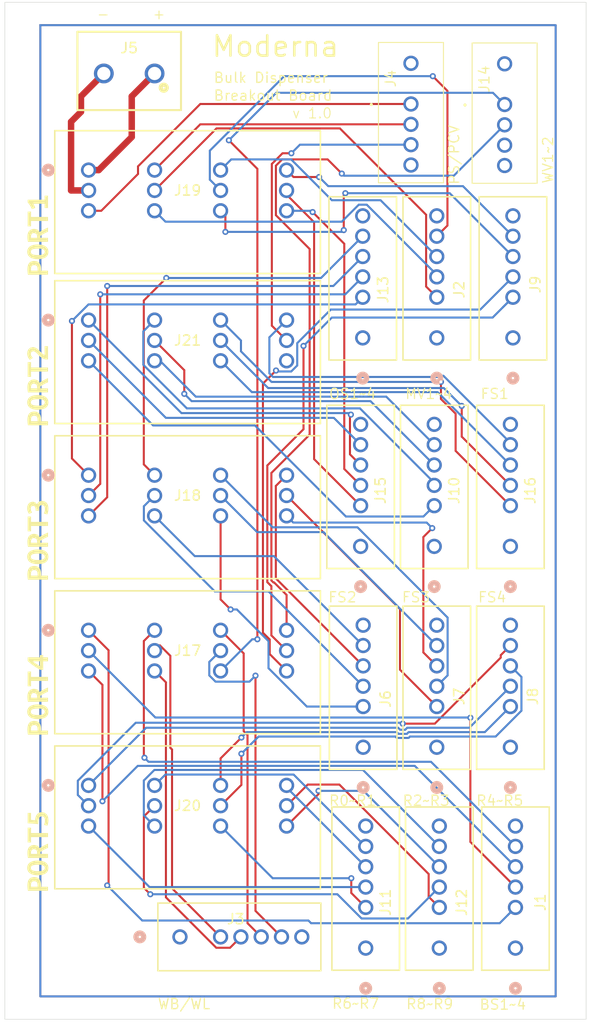
<source format=kicad_pcb>
(kicad_pcb (version 20241229) (generator "pcbnew") (generator_version "9.0")
  (layers (0 "F.Cu" signal) (2 "B.Cu" signal) (13 "F.Paste" user) (15 "B.Paste" user) (5 "F.SilkS" user "F.Silkscreen") (7 "B.SilkS" user "B.Silkscreen") (1 "F.Mask" user) (3 "B.Mask" user) (25 "Edge.Cuts" user))
  (net 0 "")
  (net 1 "/AI0")
  (net 2 "GND")
  (net 3 "+24V")
  (net 4 "/AI1")
  (net 5 "/DI0")
  (net 6 "/DI1")
  (net 7 "/AI12")
  (net 8 "/DO0")
  (net 9 "/DO1")
  (net 10 "/DO2")
  (net 11 "/DO3")
  (net 12 "/AI2")
  (net 13 "/AI3")
  (net 14 "/DI2")
  (net 15 "/DI3")
  (net 16 "/FS1-2")
  (net 17 "/FS1-3")
  (net 18 "/FS1-4")
  (net 19 "/FS1-1")
  (net 20 "/FS3-3")
  (net 21 "/FS3-4")
  (net 22 "/FS3-2")
  (net 23 "/FS3-1")
  (net 24 "/AI13")
  (net 25 "/AO0")
  (net 26 "/FS2-4")
  (net 27 "/FS2-1")
  (net 28 "/FS2-2")
  (net 29 "/FS2-3")
  (net 30 "/FS4-3")
  (net 31 "/FS4-1")
  (net 32 "/FS4-2")
  (net 33 "/FS4-4")
  (net 34 "/AI6")
  (net 35 "/AI7")
  (net 36 "/AI4")
  (net 37 "/AI9")
  (net 38 "/AI5")
  (net 39 "/AI8")
  (net 40 "/R6_OUT")
  (net 41 "/R7_OUT")
  (net 42 "/R9_OUT")
  (net 43 "/R8_OUT")
  (net 44 "/R2_OUT")
  (net 45 "/R3_OUT")
  (net 46 "/R0_OUT")
  (net 47 "/R1_OUT")
  (net 48 "/R4_OUT")
  (net 49 "/R5_OUT")
  (net 50 "/R0_IN")
  (net 51 "/R1_IN")
  (net 52 "/R2_IN")
  (net 53 "/R3_IN")
  (net 54 "/R4_IN")
  (net 55 "/R5_IN")
  (net 56 "/R6_IN")
  (net 57 "/R7_IN")
  (net 58 "/R8_IN")
  (net 59 "/R9_IN")
  (footprint "kibuzzard-684C2929" (layer "F.Cu") (at 125 78.2 90)
    (property "Reference" "kibuzzard-684C2929" (hide yes))
    (property "Value" "G***" (hide yes))
  )
  (footprint "PartsLibrary:CONN_37212-62M3-003PL_3MM" (layer "F.Cu") (at 130 57)
    (property "Reference" "J19")
    (property "Value" "Digital Outputs")
  )
  (footprint "PartsLibrary:691137710002" (layer "F.Cu") (at 134 47.5 180)
    (property "Reference" "J5")
    (property "Value" "Screw_Terminal_01x02" (hide yes))
  )
  (footprint "PartsLibrary:CONN_37212-62M3-003PL_3MM" (layer "F.Cu") (at 130 71.75)
    (property "Reference" "J21")
    (property "Value" "Flow Sensors")
  )
  (footprint "PartsLibrary:CONN_37212-62M3-003PL_3MM" (layer "F.Cu") (at 130 102.25)
    (property "Reference" "J17")
    (property "Value" "Analog Inputs")
  )
  (footprint "PartsLibrary:CONN_37212-62M3-003PL_3MM" (layer "F.Cu") (at 130 87)
    (property "Reference" "J18")
    (property "Value" "Digital IN + R0~R4")
  )
  (footprint "PartsLibrary:CONN_37204-62A3-004PL_3MM" (layer "F.Cu") (at 157 69.5 90)
    (property "Reference" "J13")
    (property "Value" "OS1~4")
  )
  (footprint "PartsLibrary:CONN_37204-62A3-004PL_3MM" (layer "F.Cu") (at 171.5429 109.75 90)
    (property "Reference" "J8")
    (property "Value" "R4~R5")
  )
  (footprint "kibuzzard-684C2942" (layer "F.Cu") (at 125 108.6 90)
    (property "Reference" "kibuzzard-684C2942" (hide yes))
    (property "Value" "G***" (hide yes))
  )
  (footprint "kibuzzard-684C2947" (layer "F.Cu") (at 125 124 90)
    (property "Reference" "kibuzzard-684C2947" (hide yes))
    (property "Value" "G***" (hide yes))
  )
  (footprint "PartsLibrary:CONN_37204-62A3-004PL_3MM" (layer "F.Cu") (at 172.0429 129.5 90)
    (property "Reference" "J1")
    (property "Value" "BS1~4")
  )
  (footprint "PartsLibrary:CONN_37204-62A3-004PL_3MM" (layer "F.Cu") (at 164.5429 129.5 90)
    (property "Reference" "J12")
    (property "Value" "R8~R9")
  )
  (footprint "PartsLibrary:CONN_37204-62A3-004PL_3MM" (layer "F.Cu") (at 156.7929 90 90)
    (property "Reference" "J15")
    (property "Value" "FS2")
  )
  (footprint "PartsLibrary:3720362A3003PL" (layer "F.Cu") (at 170.975 50.55 -90)
    (property "Reference" "J14")
    (property "Value" "WV1~2")
  )
  (footprint "PartsLibrary:3720362A3003PL" (layer "F.Cu") (at 161.75 50.5 -90)
    (property "Reference" "J4")
    (property "Value" "PS/PCV")
  )
  (footprint "kibuzzard-684C293C" (layer "F.Cu") (at 125 93.4 90)
    (property "Reference" "kibuzzard-684C293C" (hide yes))
    (property "Value" "G***" (hide yes))
  )
  (footprint "kibuzzard-684C282C" (layer "F.Cu") (at 125 63.4 90)
    (property "Reference" "kibuzzard-684C282C" (hide yes))
    (property "Value" "G***" (hide yes))
  )
  (footprint "PartsLibrary:CONN_37204-62A3-004PL_3MM" (layer "F.Cu") (at 171.5429 90 90)
    (property "Reference" "J16")
    (property "Value" "FS4")
  )
  (footprint "PartsLibrary:CONN_37204-62A3-004PL_3MM" (layer "F.Cu") (at 164.2929 69.5 90)
    (property "Reference" "J2")
    (property "Value" "MV1~4")
  )
  (footprint "PartsLibrary:CONN_37204-62A3-004PL_3MM" (layer "F.Cu") (at 157.0429 109.75 90)
    (property "Reference" "J6")
    (property "Value" "R0~R1")
  )
  (footprint "PartsLibrary:CONN_37204-62A3-004PL_3MM" (layer "F.Cu") (at 143 132.4)
    (property "Reference" "J3")
    (property "Value" "WB/WL")
  )
  (footprint "PartsLibrary:CONN_37204-62A3-004PL_3MM" (layer "F.Cu") (at 157.2929 129.5 90)
    (property "Reference" "J11")
    (property "Value" "R6~R7")
  )
  (footprint "PartsLibrary:CONN_37204-62A3-004PL_3MM" (layer "F.Cu") (at 164.2929 109.75 90)
    (property "Reference" "J7")
    (property "Value" "R2~R3")
  )
  (footprint "PartsLibrary:CONN_37212-62M3-003PL_3MM" (layer "F.Cu") (at 130 117.5)
    (property "Reference" "J20")
    (property "Value" "R4~R9")
  )
  (footprint "PartsLibrary:CONN_37204-62A3-004PL_3MM" (layer "F.Cu") (at 164.0429 90 90)
    (property "Reference" "J10")
    (property "Value" "FS3")
  )
  (footprint "MountingHole:MountingHole_2.2mm_M2" (layer "F.Cu") (at 177.5 138.5)
    (property "Reference" "H4" (hide yes))
    (property "Value" "MountingHole" (hide yes))
  )
  (footprint "MountingHole:MountingHole_2.2mm_M2" (layer "F.Cu") (at 124 42.75)
    (property "Reference" "H1" (hide yes))
    (property "Value" "MountingHole" (hide yes))
  )
  (footprint "PartsLibrary:CONN_37204-62A3-004PL_3MM" (layer "F.Cu") (at 171.7929 69.5 90)
    (property "Reference" "J9")
    (property "Value" "FS1")
  )
  (footprint "MountingHole:MountingHole_2.2mm_M2" (layer "F.Cu") (at 123.75 138.5)
    (property "Reference" "H2" (hide yes))
    (property "Value" "MountingHole" (hide yes))
  )
  (footprint "MountingHole:MountingHole_2.2mm_M2" (layer "F.Cu") (at 177.5 42.75)
    (property "Reference" "H3" (hide yes))
    (property "Value" "MountingHole" (hide yes))
  )
  (gr_rect (start 125.25 42.75) (end 176 138.25) (stroke (width 0.2)) (fill no) (layer "F.Cu"))
  (gr_rect (start 125.25 42.75) (end 176 138.25) (stroke (width 0.2)) (fill no) (layer "B.Cu"))
  (gr_rect (start 121.75 40.5) (end 179 140.5) (stroke (width 0.05)) (fill no) (layer "Edge.Cuts"))
  (gr_text "Bulk Dispenser" (at 142.25 48.5 0) (layer "F.SilkS") (effects (font (size 1 1) (thickness 0.125)) (justify left bottom)))
  (gr_text "v 1.0" (at 150 52 0) (layer "F.SilkS") (effects (font (size 1 1) (thickness 0.1)) (justify left bottom)))
  (gr_text "Breakout Board" (at 142.25 50.25 0) (layer "F.SilkS") (effects (font (size 1 1) (thickness 0.125)) (justify left bottom)))
  (gr_text "-" (at 130.75 42.25 0) (layer "F.SilkS") (effects (font (size 1 1) (thickness 0.1)) (justify left bottom)))
  (gr_text "Moderna" (at 142 46 0) (layer "F.SilkS") (effects (font (size 2 2) (thickness 0.25)) (justify left bottom)))
  (gr_text "+" (at 136.25 42.25 0) (layer "F.SilkS") (effects (font (size 1 1) (thickness 0.1)) (justify left bottom)))
  (segment (start 131.967 127.206) (end 131.967 104.217) (width 0.2) (layer "F.Cu") (net 1))
  (segment (start 131.967 104.217) (end 130 102.25) (width 0.2) (layer "F.Cu") (net 1))
  (segment (start 131.835 127.338) (end 131.967 127.206) (width 0.2) (layer "F.Cu") (net 1))
  (via (at 131.835 127.338) (size 0.6) (drill 0.3) (layers "F.Cu" "B.Cu") (net 1))
  (segment (start 135.286 130.789) (end 151.653 130.789) (width 0.2) (layer "B.Cu") (net 1))
  (segment (start 171.265 130.278) (end 172.043 129.5) (width 0.2) (layer "B.Cu") (net 1))
  (segment (start 151.653 130.789) (end 151.919 131.056) (width 0.2) (layer "B.Cu") (net 1))
  (segment (start 131.835 127.338) (end 135.286 130.789) (width 0.2) (layer "B.Cu") (net 1))
  (segment (start 172.0429 129.5001) (end 172.0429 129.5) (width 0.2) (layer "B.Cu") (net 1))
  (segment (start 170.487 131.056) (end 171.265 130.278) (width 0.2) (layer "B.Cu") (net 1))
  (segment (start 171.265 130.278) (end 172.0429 129.5001) (width 0.2) (layer "B.Cu") (net 1))
  (segment (start 151.919 131.056) (end 170.487 131.056) (width 0.2) (layer "B.Cu") (net 1))
  (segment (start 131.5 47.5) (end 129.25 49.75) (width 0.635) (layer "F.Cu") (net 2))
  (segment (start 128.275 52.25) (end 128.275 59) (width 0.635) (layer "F.Cu") (net 2))
  (segment (start 129.25 51.275) (end 128.275 52.25) (width 0.635) (layer "F.Cu") (net 2))
  (segment (start 128.275 59) (end 130 59) (width 0.635) (layer "F.Cu") (net 2))
  (segment (start 129.25 49.75) (end 129.25 51.275) (width 0.635) (layer "F.Cu") (net 2))
  (segment (start 134.25 49.75) (end 134.25 53.75) (width 0.635) (layer "F.Cu") (net 3))
  (segment (start 134.25 53.75) (end 131 57) (width 0.635) (layer "F.Cu") (net 3))
  (segment (start 131 57) (end 130 57) (width 0.635) (layer "F.Cu") (net 3))
  (segment (start 136.5 47.5) (end 134.25 49.75) (width 0.635) (layer "F.Cu") (net 3))
  (segment (start 167.602 110.846) (end 167.602 123.059) (width 0.2) (layer "F.Cu") (net 4))
  (segment (start 167.602 123.059) (end 171.4677 126.9247) (width 0.2) (layer "F.Cu") (net 4))
  (segment (start 171.4677 126.9247) (end 172.043 127.5) (width 0.2) (layer "F.Cu") (net 4))
  (segment (start 171.4677 126.9248) (end 171.4677 126.9247) (width 0.2) (layer "F.Cu") (net 4))
  (segment (start 172.0429 127.5) (end 171.4677 126.9248) (width 0.2) (layer "F.Cu") (net 4))
  (via (at 167.602 110.846) (size 0.6) (drill 0.3) (layers "F.Cu" "B.Cu") (net 4))
  (segment (start 167.585 110.828) (end 136.578 110.828) (width 0.2) (layer "B.Cu") (net 4))
  (segment (start 167.602 110.846) (end 167.585 110.828) (width 0.2) (layer "B.Cu") (net 4))
  (segment (start 136.578 110.828) (end 130 104.25) (width 0.2) (layer "B.Cu") (net 4))
  (segment (start 128.36 85.3604) (end 128.36 71.8386) (width 0.2) (layer "F.Cu") (net 5))
  (segment (start 130 87) (end 128.36 85.3604) (width 0.2) (layer "F.Cu") (net 5))
  (via (at 128.36 71.8386) (size 0.6) (drill 0.3) (layers "F.Cu" "B.Cu") (net 5))
  (segment (start 129.991 70.2078) (end 128.36 71.8386) (width 0.2) (layer "B.Cu") (net 5))
  (segment (start 156.292 70.2078) (end 129.991 70.2078) (width 0.2) (layer "B.Cu") (net 5))
  (segment (start 157 69.5) (end 156.292 70.2078) (width 0.2) (layer "B.Cu") (net 5))
  (segment (start 131.151 87.8492) (end 130 89) (width 0.2) (layer "F.Cu") (net 6))
  (segment (start 131.151 69.2169) (end 131.151 87.8492) (width 0.2) (layer "F.Cu") (net 6))
  (via (at 131.151 69.2169) (size 0.6) (drill 0.3) (layers "F.Cu" "B.Cu") (net 6))
  (segment (start 157 67.5) (end 155.283 69.2169) (width 0.2) (layer "B.Cu") (net 6))
  (segment (start 155.283 69.2169) (end 131.151 69.2169) (width 0.2) (layer "B.Cu") (net 6))
  (segment (start 131.25 61) (end 134.868 57.3815) (width 0.2) (layer "F.Cu") (net 7))
  (segment (start 134.868 56.632) (end 141 50.5) (width 0.2) (layer "F.Cu") (net 7))
  (segment (start 141 50.5) (end 161.75 50.5) (width 0.2) (layer "F.Cu") (net 7))
  (segment (start 130 61) (end 131.25 61) (width 0.2) (layer "F.Cu") (net 7))
  (segment (start 134.868 57.3815) (end 134.868 56.632) (width 0.2) (layer "F.Cu") (net 7))
  (segment (start 163.243 68.4497) (end 164.293 69.5) (width 0.2) (layer "F.Cu") (net 8))
  (segment (start 142.599 52.901) (end 154.75 52.901) (width 0.2) (layer "F.Cu") (net 8))
  (segment (start 154.75 52.901) (end 163.243 61.3936) (width 0.2) (layer "F.Cu") (net 8))
  (segment (start 136.5 59) (end 142.599 52.901) (width 0.2) (layer "F.Cu") (net 8))
  (segment (start 164.2929 69.5) (end 164.293 69.5) (width 0.2) (layer "F.Cu") (net 8))
  (segment (start 163.243 61.3936) (end 163.243 68.4497) (width 0.2) (layer "F.Cu") (net 8))
  (segment (start 137.573 62.0726) (end 136.5 61) (width 0.2) (layer "B.Cu") (net 9))
  (segment (start 164.293 67.2988) (end 157.394 60.4) (width 0.2) (layer "B.Cu") (net 9))
  (segment (start 164.293 67.3994) (end 164.293 67.2988) (width 0.2) (layer "B.Cu") (net 9))
  (segment (start 164.293 67.5) (end 164.293 67.3994) (width 0.2) (layer "B.Cu") (net 9))
  (segment (start 154.939 62.0726) (end 137.573 62.0726) (width 0.2) (layer "B.Cu") (net 9))
  (segment (start 164.293 67.3994) (end 164.2929 67.3995) (width 0.2) (layer "B.Cu") (net 9))
  (segment (start 156.612 60.4) (end 154.939 62.0726) (width 0.2) (layer "B.Cu") (net 9))
  (segment (start 157.394 60.4) (end 156.612 60.4) (width 0.2) (layer "B.Cu") (net 9))
  (segment (start 164.2929 67.3995) (end 164.2929 67.5) (width 0.2) (layer "B.Cu") (net 9))
  (segment (start 143 57) (end 143.25 56.75) (width 0.2) (layer "F.Cu") (net 10))
  (segment (start 153.968 59.9652) (end 158.758 59.9652) (width 0.2) (layer "B.Cu") (net 10))
  (segment (start 143 57) (end 144.051 55.949) (width 0.2) (layer "B.Cu") (net 10))
  (segment (start 144.051 55.949) (end 149.952 55.949) (width 0.2) (layer "B.Cu") (net 10))
  (segment (start 158.758 59.9652) (end 164.2929 65.5) (width 0.2) (layer "B.Cu") (net 10))
  (segment (start 149.952 55.949) (end 153.968 59.9652) (width 0.2) (layer "B.Cu") (net 10))
  (segment (start 164.2929 65.5) (end 164.293 65.5) (width 0.2) (layer "B.Cu") (net 10))
  (segment (start 164.8185 62.9745) (end 164.293 63.5) (width 0.2) (layer "F.Cu") (net 11))
  (segment (start 164.8185 62.9745) (end 164.8184 62.9745) (width 0.2) (layer "F.Cu") (net 11))
  (segment (start 165.344 49.2102) (end 165.344 62.449) (width 0.2) (layer "F.Cu") (net 11))
  (segment (start 164.8184 62.9745) (end 164.2929 63.5) (width 0.2) (layer "F.Cu") (net 11))
  (segment (start 163.9 47.7663) (end 165.344 49.2102) (width 0.2) (layer "F.Cu") (net 11))
  (segment (start 165.344 62.449) (end 164.8185 62.9745) (width 0.2) (layer "F.Cu") (net 11))
  (via (at 163.9 47.7663) (size 0.6) (drill 0.3) (layers "F.Cu" "B.Cu") (net 11))
  (segment (start 143 59) (end 141.94 57.9398) (width 0.2) (layer "B.Cu") (net 11))
  (segment (start 141.94 57.9398) (end 141.94 55.0891) (width 0.2) (layer "B.Cu") (net 11))
  (segment (start 149.263 47.7663) (end 163.9 47.7663) (width 0.2) (layer "B.Cu") (net 11))
  (segment (start 141.94 55.0891) (end 149.263 47.7663) (width 0.2) (layer "B.Cu") (net 11))
  (segment (start 131.365 119.062) (end 131.365 107.615) (width 0.2) (layer "F.Cu") (net 12))
  (segment (start 131.365 107.615) (end 130 106.25) (width 0.2) (layer "F.Cu") (net 12))
  (via (at 131.365 119.062) (size 0.6) (drill 0.3) (layers "F.Cu" "B.Cu") (net 12))
  (segment (start 134.846 115.58) (end 162.123 115.58) (width 0.2) (layer "B.Cu") (net 12))
  (segment (start 162.123 115.58) (end 172.043 125.4999) (width 0.2) (layer "B.Cu") (net 12))
  (segment (start 131.365 119.062) (end 134.846 115.58) (width 0.2) (layer "B.Cu") (net 12))
  (segment (start 172.043 125.4999) (end 172.043 125.5) (width 0.2) (layer "B.Cu") (net 12))
  (segment (start 172.0429 125.5) (end 172.043 125.4999) (width 0.2) (layer "B.Cu") (net 12))
  (segment (start 135.503 114.778) (end 135.441 114.715) (width 0.2) (layer "F.Cu") (net 13))
  (segment (start 135.441 114.715) (end 135.441 103.309) (width 0.2) (layer "F.Cu") (net 13))
  (segment (start 135.441 103.309) (end 136.5 102.25) (width 0.2) (layer "F.Cu") (net 13))
  (via (at 135.503 114.778) (size 0.6) (drill 0.3) (layers "F.Cu" "B.Cu") (net 13))
  (segment (start 135.905 115.179) (end 135.503 114.778) (width 0.2) (layer "B.Cu") (net 13))
  (segment (start 163.722 115.179) (end 135.905 115.179) (width 0.2) (layer "B.Cu") (net 13))
  (segment (start 172.043 123.4999) (end 163.722 115.179) (width 0.2) (layer "B.Cu") (net 13))
  (segment (start 172.0429 123.5) (end 172.043 123.4999) (width 0.2) (layer "B.Cu") (net 13))
  (segment (start 172.043 123.5) (end 172.043 123.4999) (width 0.2) (layer "B.Cu") (net 13))
  (segment (start 131.835 89.165) (end 131.835 68.396) (width 0.2) (layer "F.Cu") (net 14))
  (segment (start 130 91) (end 131.835 89.165) (width 0.2) (layer "F.Cu") (net 14))
  (via (at 131.835 68.396) (size 0.6) (drill 0.3) (layers "F.Cu" "B.Cu") (net 14))
  (segment (start 154.104 68.396) (end 157 65.5) (width 0.2) (layer "B.Cu") (net 14))
  (segment (start 131.835 68.396) (end 154.104 68.396) (width 0.2) (layer "B.Cu") (net 14))
  (segment (start 136.5 87) (end 135.437 85.9371) (width 0.2) (layer "F.Cu") (net 15))
  (segment (start 135.437 69.8271) (end 137.655 67.6092) (width 0.2) (layer "F.Cu") (net 15))
  (segment (start 135.437 85.9371) (end 135.437 69.8271) (width 0.2) (layer "F.Cu") (net 15))
  (via (at 137.655 67.6092) (size 0.6) (drill 0.3) (layers "F.Cu" "B.Cu") (net 15))
  (segment (start 152.891 67.6092) (end 157 63.5) (width 0.2) (layer "B.Cu") (net 15))
  (segment (start 137.655 67.6092) (end 152.891 67.6092) (width 0.2) (layer "B.Cu") (net 15))
  (segment (start 147.169 77.9969) (end 147.169 102.485) (width 0.2) (layer "F.Cu") (net 16))
  (segment (start 147.838 103.154) (end 147.838 104.588) (width 0.2) (layer "F.Cu") (net 16))
  (segment (start 148.46 76.7063) (end 147.169 77.9969) (width 0.2) (layer "F.Cu") (net 16))
  (segment (start 147.838 104.588) (end 149.5 106.25) (width 0.2) (layer "F.Cu") (net 16))
  (segment (start 147.169 102.485) (end 147.838 103.154) (width 0.2) (layer "F.Cu") (net 16))
  (via (at 148.46 76.7063) (size 0.6) (drill 0.3) (layers "F.Cu" "B.Cu") (net 16))
  (segment (start 148.555 76.801) (end 148.46 76.7063) (width 0.2) (layer "B.Cu") (net 16))
  (segment (start 150.551 76.2107) (end 149.961 76.801) (width 0.2) (layer "B.Cu") (net 16))
  (segment (start 153.853 70.7123) (end 150.551 74.014) (width 0.2) (layer "B.Cu") (net 16))
  (segment (start 171.7929 67.5) (end 171.793 67.5) (width 0.2) (layer "B.Cu") (net 16))
  (segment (start 150.551 74.014) (end 150.551 76.2107) (width 0.2) (layer "B.Cu") (net 16))
  (segment (start 168.581 70.7123) (end 153.853 70.7123) (width 0.2) (layer "B.Cu") (net 16))
  (segment (start 171.793 67.5) (end 168.581 70.7123) (width 0.2) (layer "B.Cu") (net 16))
  (segment (start 149.961 76.801) (end 148.555 76.801) (width 0.2) (layer "B.Cu") (net 16))
  (segment (start 143.475 61.475) (end 143.475 63.074) (width 0.2) (layer "F.Cu") (net 17))
  (segment (start 143 61) (end 143.475 61.475) (width 0.2) (layer "F.Cu") (net 17))
  (segment (start 155.13 62.8997) (end 155.13 59.434) (width 0.2) (layer "F.Cu") (net 17))
  (segment (start 155.13 59.434) (end 155.29 59.2737) (width 0.2) (layer "F.Cu") (net 17))
  (via (at 155.29 59.2737) (size 0.6) (drill 0.3) (layers "F.Cu" "B.Cu") (net 17))
  (via (at 143.475 63.074) (size 0.6) (drill 0.3) (layers "F.Cu" "B.Cu") (net 17))
  (via (at 155.13 62.8997) (size 0.6) (drill 0.3) (layers "F.Cu" "B.Cu") (net 17))
  (segment (start 143.475 63.074) (end 154.955 63.074) (width 0.2) (layer "B.Cu") (net 17))
  (segment (start 154.955 63.074) (end 155.13 62.8997) (width 0.2) (layer "B.Cu") (net 17))
  (segment (start 155.29 59.2737) (end 165.567 59.2737) (width 0.2) (layer "B.Cu") (net 17))
  (segment (start 165.567 59.2737) (end 171.793 65.5) (width 0.2) (layer "B.Cu") (net 17))
  (segment (start 171.7929 65.5) (end 171.793 65.5) (width 0.2) (layer "B.Cu") (net 17))
  (segment (start 149.5 57) (end 150.182 57.6817) (width 0.2) (layer "F.Cu") (net 18))
  (segment (start 150.182 57.6817) (end 152.703 57.6817) (width 0.2) (layer "F.Cu") (net 18))
  (via (at 152.703 57.6817) (size 0.6) (drill 0.3) (layers "F.Cu" "B.Cu") (net 18))
  (segment (start 153.604 58.5822) (end 166.875 58.5822) (width 0.2) (layer "B.Cu") (net 18))
  (segment (start 152.703 57.6817) (end 153.604 58.5822) (width 0.2) (layer "B.Cu") (net 18))
  (segment (start 166.875 58.5822) (end 171.7929 63.5) (width 0.2) (layer "B.Cu") (net 18))
  (segment (start 171.7929 63.5) (end 171.793 63.5) (width 0.2) (layer "B.Cu") (net 18))
  (segment (start 149.5 104.248) (end 148.004 102.752) (width 0.2) (layer "F.Cu") (net 19))
  (segment (start 147.604 97.5161) (end 147.604 86.0445) (width 0.2) (layer "F.Cu") (net 19))
  (segment (start 151.167 82.4808) (end 151.167 74.2902) (width 0.2) (layer "F.Cu") (net 19))
  (segment (start 149.5 104.25) (end 149.5 104.248) (width 0.2) (layer "F.Cu") (net 19))
  (segment (start 147.604 86.0445) (end 151.167 82.4808) (width 0.2) (layer "F.Cu") (net 19))
  (segment (start 147.838 97.75) (end 147.604 97.5161) (width 0.2) (layer "F.Cu") (net 19))
  (segment (start 147.838 97.75) (end 148.004 97.9163) (width 0.2) (layer "F.Cu") (net 19))
  (segment (start 148.004 102.752) (end 148.004 97.9163) (width 0.2) (layer "F.Cu") (net 19))
  (segment (start 147.838 97.75) (end 148.004 97.9163) (width 0.2) (layer "F.Cu") (net 19))
  (via (at 151.167 74.2902) (size 0.6) (drill 0.3) (layers "F.Cu" "B.Cu") (net 19))
  (segment (start 171.7929 69.5001) (end 171.7929 69.5) (width 0.2) (layer "B.Cu") (net 19))
  (segment (start 169.793 71.5) (end 170.793 70.5) (width 0.2) (layer "B.Cu") (net 19))
  (segment (start 170.793 70.5) (end 171.793 69.5) (width 0.2) (layer "B.Cu") (net 19))
  (segment (start 170.793 70.5) (end 171.7929 69.5001) (width 0.2) (layer "B.Cu") (net 19))
  (segment (start 151.167 74.2902) (end 153.958 71.5) (width 0.2) (layer "B.Cu") (net 19))
  (segment (start 153.958 71.5) (end 169.793 71.5) (width 0.2) (layer "B.Cu") (net 19))
  (segment (start 136.5 73.75) (end 139.426 76.6765) (width 0.2) (layer "F.Cu") (net 20))
  (segment (start 139.426 76.6765) (end 139.426 78.9993) (width 0.2) (layer "F.Cu") (net 20))
  (via (at 139.426 78.9993) (size 0.6) (drill 0.3) (layers "F.Cu" "B.Cu") (net 20))
  (segment (start 157.763 79.7197) (end 164.043 86) (width 0.2) (layer "B.Cu") (net 20))
  (segment (start 164.0429 86) (end 164.043 86) (width 0.2) (layer "B.Cu") (net 20))
  (segment (start 140.147 79.7197) (end 157.763 79.7197) (width 0.2) (layer "B.Cu") (net 20))
  (segment (start 139.426 78.9993) (end 140.147 79.7197) (width 0.2) (layer "B.Cu") (net 20))
  (segment (start 159.321 79.2782) (end 140.556 79.2782) (width 0.2) (layer "B.Cu") (net 21))
  (segment (start 163.9765 83.9336) (end 163.9765 83.9335) (width 0.2) (layer "B.Cu") (net 21))
  (segment (start 140.556 79.2782) (end 137.028 75.75) (width 0.2) (layer "B.Cu") (net 21))
  (segment (start 164.0429 84) (end 163.9765 83.9336) (width 0.2) (layer "B.Cu") (net 21))
  (segment (start 164.043 84) (end 163.9765 83.9335) (width 0.2) (layer "B.Cu") (net 21))
  (segment (start 137.028 75.75) (end 136.5 75.75) (width 0.2) (layer "B.Cu") (net 21))
  (segment (start 163.9765 83.9335) (end 159.321 79.2782) (width 0.2) (layer "B.Cu") (net 21))
  (segment (start 136.5 71.75) (end 135.389 72.8608) (width 0.2) (layer "B.Cu") (net 22))
  (segment (start 164.0429 87.8729) (end 164.0429 88) (width 0.2) (layer "B.Cu") (net 22))
  (segment (start 164.043 87.7456) (end 164.043 87.8728) (width 0.2) (layer "B.Cu") (net 22))
  (segment (start 135.389 76.142) (end 139.679 80.4316) (width 0.2) (layer "B.Cu") (net 22))
  (segment (start 164.043 87.8728) (end 164.043 88) (width 0.2) (layer "B.Cu") (net 22))
  (segment (start 164.043 87.8728) (end 164.0429 87.8729) (width 0.2) (layer "B.Cu") (net 22))
  (segment (start 139.679 80.4316) (end 156.729 80.4316) (width 0.2) (layer "B.Cu") (net 22))
  (segment (start 156.729 80.4316) (end 164.043 87.7456) (width 0.2) (layer "B.Cu") (net 22))
  (segment (start 135.389 72.8608) (end 135.389 76.142) (width 0.2) (layer "B.Cu") (net 22))
  (segment (start 146.389 82.1115) (end 155.34 91.0625) (width 0.2) (layer "B.Cu") (net 23))
  (segment (start 130 75.75) (end 136.362 82.1115) (width 0.2) (layer "B.Cu") (net 23))
  (segment (start 162.98 91.0625) (end 163.5116 90.5312) (width 0.2) (layer "B.Cu") (net 23))
  (segment (start 163.5116 90.5312) (end 163.5117 90.5312) (width 0.2) (layer "B.Cu") (net 23))
  (segment (start 163.5116 90.5312) (end 164.043 90) (width 0.2) (layer "B.Cu") (net 23))
  (segment (start 163.5117 90.5312) (end 164.0429 90) (width 0.2) (layer "B.Cu") (net 23))
  (segment (start 136.362 82.1115) (end 146.389 82.1115) (width 0.2) (layer "B.Cu") (net 23))
  (segment (start 155.34 91.0625) (end 162.98 91.0625) (width 0.2) (layer "B.Cu") (net 23))
  (segment (start 136.5 57) (end 141 52.5) (width 0.2) (layer "F.Cu") (net 24))
  (segment (start 141 52.5) (end 161.75 52.5) (width 0.2) (layer "F.Cu") (net 24))
  (segment (start 149.1 55.346) (end 149.971 55.346) (width 0.2) (layer "F.Cu") (net 25))
  (segment (start 149.5 73.75) (end 148.047 72.2973) (width 0.2) (layer "F.Cu") (net 25))
  (segment (start 148.047 56.3984) (end 149.1 55.346) (width 0.2) (layer "F.Cu") (net 25))
  (segment (start 148.047 72.2973) (end 148.047 56.3984) (width 0.2) (layer "F.Cu") (net 25))
  (via (at 149.971 55.346) (size 0.6) (drill 0.3) (layers "F.Cu" "B.Cu") (net 25))
  (segment (start 150.817 54.5) (end 149.971 55.346) (width 0.2) (layer "B.Cu") (net 25))
  (segment (start 161.75 54.5) (end 150.817 54.5) (width 0.2) (layer "B.Cu") (net 25))
  (segment (start 154.155 81.3618) (end 156.793 84) (width 0.2) (layer "B.Cu") (net 26))
  (segment (start 130 73.75) (end 137.612 81.3618) (width 0.2) (layer "B.Cu") (net 26))
  (segment (start 137.612 81.3618) (end 154.155 81.3618) (width 0.2) (layer "B.Cu") (net 26))
  (segment (start 156.7929 84) (end 156.793 84) (width 0.2) (layer "B.Cu") (net 26))
  (segment (start 149.5 59.4134) (end 152.212 62.1255) (width 0.2) (layer "F.Cu") (net 27))
  (segment (start 152.212 62.1255) (end 152.212 85.4193) (width 0.2) (layer "F.Cu") (net 27))
  (segment (start 156.5974 89.8045) (end 156.5974 89.8044) (width 0.2) (layer "F.Cu") (net 27))
  (segment (start 156.7929 90) (end 156.5974 89.8045) (width 0.2) (layer "F.Cu") (net 27))
  (segment (start 149.5 59) (end 149.5 59.4134) (width 0.2) (layer "F.Cu") (net 27))
  (segment (start 156.5974 89.8044) (end 156.793 90) (width 0.2) (layer "F.Cu") (net 27))
  (segment (start 152.212 85.4193) (end 156.5974 89.8044) (width 0.2) (layer "F.Cu") (net 27))
  (segment (start 155.183 86.3902) (end 156.2176 87.4247) (width 0.2) (layer "F.Cu") (net 28))
  (segment (start 152.064 61.127) (end 155.183 64.2457) (width 0.2) (layer "F.Cu") (net 28))
  (segment (start 156.2176 87.4247) (end 156.793 88) (width 0.2) (layer "F.Cu") (net 28))
  (segment (start 155.183 64.2457) (end 155.183 86.3902) (width 0.2) (layer "F.Cu") (net 28))
  (segment (start 156.7929 88) (end 156.2176 87.4247) (width 0.2) (layer "F.Cu") (net 28))
  (via (at 152.064 61.127) (size 0.6) (drill 0.3) (layers "F.Cu" "B.Cu") (net 28))
  (segment (start 151.937 61) (end 152.064 61.127) (width 0.2) (layer "B.Cu") (net 28))
  (segment (start 149.5 61) (end 151.937 61) (width 0.2) (layer "B.Cu") (net 28))
  (segment (start 156.2675 85.4745) (end 155.742 84.949) (width 0.2) (layer "F.Cu") (net 29))
  (segment (start 156.793 86) (end 156.2675 85.4745) (width 0.2) (layer "F.Cu") (net 29))
  (segment (start 155.742 84.949) (end 155.742 81.1339) (width 0.2) (layer "F.Cu") (net 29))
  (segment (start 156.2675 85.4745) (end 156.7929 85.9999) (width 0.2) (layer "F.Cu") (net 29))
  (segment (start 156.7929 85.9999) (end 156.7929 86) (width 0.2) (layer "F.Cu") (net 29))
  (segment (start 155.742 81.1339) (end 155.832 81.0439) (width 0.2) (layer "F.Cu") (net 29))
  (via (at 155.832 81.0439) (size 0.6) (drill 0.3) (layers "F.Cu" "B.Cu") (net 29))
  (segment (start 155.832 81.0439) (end 155.684 80.896) (width 0.2) (layer "B.Cu") (net 29))
  (segment (start 139.146 80.896) (end 130 71.75) (width 0.2) (layer "B.Cu") (net 29))
  (segment (start 155.684 80.896) (end 139.146 80.896) (width 0.2) (layer "B.Cu") (net 29))
  (segment (start 146.082 78.832) (end 164.375 78.832) (width 0.2) (layer "B.Cu") (net 30))
  (segment (start 143 75.75) (end 146.082 78.832) (width 0.2) (layer "B.Cu") (net 30))
  (segment (start 171.5429 86) (end 171.543 85.9999) (width 0.2) (layer "B.Cu") (net 30))
  (segment (start 171.543 85.9999) (end 171.543 86) (width 0.2) (layer "B.Cu") (net 30))
  (segment (start 164.375 78.832) (end 171.543 85.9999) (width 0.2) (layer "B.Cu") (net 30))
  (segment (start 166.148 84.605) (end 171.543 89.9999) (width 0.2) (layer "F.Cu") (net 31))
  (segment (start 171.5429 90) (end 171.543 89.9999) (width 0.2) (layer "F.Cu") (net 31))
  (segment (start 164.703 77.8286) (end 164.703 79.5054) (width 0.2) (layer "F.Cu") (net 31))
  (segment (start 171.543 89.9999) (end 171.543 90) (width 0.2) (layer "F.Cu") (net 31))
  (segment (start 164.703 79.5054) (end 166.148 80.9505) (width 0.2) (layer "F.Cu") (net 31))
  (segment (start 166.148 80.9505) (end 166.148 84.605) (width 0.2) (layer "F.Cu") (net 31))
  (via (at 164.703 77.8286) (size 0.6) (drill 0.3) (layers "F.Cu" "B.Cu") (net 31))
  (segment (start 145.007 73.7572) (end 145.007 74.8178) (width 0.2) (layer "B.Cu") (net 31))
  (segment (start 145.007 74.8178) (end 148.018 77.8286) (width 0.2) (layer "B.Cu") (net 31))
  (segment (start 148.018 77.8286) (end 164.703 77.8286) (width 0.2) (layer "B.Cu") (net 31))
  (segment (start 143 71.75) (end 145.007 73.7572) (width 0.2) (layer "B.Cu") (net 31))
  (segment (start 171.543 88) (end 171.4765 87.9335) (width 0.2) (layer "F.Cu") (net 32))
  (segment (start 166.748 83.2052) (end 166.748 80.1914) (width 0.2) (layer "F.Cu") (net 32))
  (segment (start 171.4765 87.9335) (end 166.748 83.2052) (width 0.2) (layer "F.Cu") (net 32))
  (segment (start 171.5429 88) (end 171.4765 87.9336) (width 0.2) (layer "F.Cu") (net 32))
  (segment (start 171.4765 87.9336) (end 171.4765 87.9335) (width 0.2) (layer "F.Cu") (net 32))
  (via (at 166.748 80.1914) (size 0.6) (drill 0.3) (layers "F.Cu" "B.Cu") (net 32))
  (segment (start 143 73.75) (end 147.68 78.4303) (width 0.2) (layer "B.Cu") (net 32))
  (segment (start 164.987 78.4303) (end 166.748 80.1914) (width 0.2) (layer "B.Cu") (net 32))
  (segment (start 147.68 78.4303) (end 164.987 78.4303) (width 0.2) (layer "B.Cu") (net 32))
  (segment (start 164.952 77.2269) (end 164.454 77.2269) (width 0.2) (layer "B.Cu") (net 33))
  (segment (start 147.806 73.4442) (end 149.5 71.75) (width 0.2) (layer "B.Cu") (net 33))
  (segment (start 147.806 76.9836) (end 147.806 73.4442) (width 0.2) (layer "B.Cu") (net 33))
  (segment (start 171.543 83.8178) (end 164.952 77.2269) (width 0.2) (layer "B.Cu") (net 33))
  (segment (start 164.34 77.3411) (end 148.163 77.3411) (width 0.2) (layer "B.Cu") (net 33))
  (segment (start 171.5429 84) (end 171.543 84) (width 0.2) (layer "B.Cu") (net 33))
  (segment (start 164.454 77.2269) (end 164.34 77.3411) (width 0.2) (layer "B.Cu") (net 33))
  (segment (start 171.543 84) (end 171.543 83.8178) (width 0.2) (layer "B.Cu") (net 33))
  (segment (start 148.163 77.3411) (end 147.806 76.9836) (width 0.2) (layer "B.Cu") (net 33))
  (segment (start 145.6527 112.5457) (end 145.6527 131.0527) (width 0.2) (layer "F.Cu") (net 34))
  (segment (start 145.6527 112.5457) (end 145.273 112.166) (width 0.2) (layer "F.Cu") (net 34))
  (segment (start 145.273 104.523) (end 143 102.25) (width 0.2) (layer "F.Cu") (net 34))
  (segment (start 145.273 112.166) (end 145.273 104.523) (width 0.2) (layer "F.Cu") (net 34))
  (segment (start 145.6527 131.0527) (end 147 132.4) (width 0.2) (layer "F.Cu") (net 34))
  (segment (start 146.4378 106.7083) (end 146.4378 129.837801) (width 0.2) (layer "F.Cu") (net 35))
  (segment (start 146.4378 129.837801) (end 148.999999 132.4) (width 0.2) (layer "F.Cu") (net 35))
  (via (at 146.4378 106.7083) (size 0.6) (drill 0.3) (layers "F.Cu" "B.Cu") (net 35))
  (segment (start 143 104.25) (end 141.8885 105.3615) (width 0.2) (layer "B.Cu") (net 35))
  (segment (start 142.5023 107.301) (end 145.8451 107.301) (width 0.2) (layer "B.Cu") (net 35))
  (segment (start 145.8451 107.301) (end 146.4378 106.7083) (width 0.2) (layer "B.Cu") (net 35))
  (segment (start 141.8885 105.3615) (end 141.8885 106.6872) (width 0.2) (layer "B.Cu") (net 35))
  (segment (start 141.8885 106.6872) (end 142.5023 107.301) (width 0.2) (layer "B.Cu") (net 35))
  (segment (start 138.053 104.7634) (end 137.0198 103.7302) (width 0.2) (layer "F.Cu") (net 36))
  (segment (start 136.5 104.25) (end 137.0198 103.7302) (width 0.2) (layer "F.Cu") (net 36))
  (segment (start 143 132.4) (end 138.2193 127.6193) (width 0.2) (layer "F.Cu") (net 36))
  (segment (start 138.053 113.8098) (end 138.053 104.7634) (width 0.2) (layer "F.Cu") (net 36))
  (segment (start 138.2193 113.9761) (end 138.053 113.8098) (width 0.2) (layer "F.Cu") (net 36))
  (segment (start 138.2193 113.9761) (end 138.053 113.8098) (width 0.2) (layer "F.Cu") (net 36))
  (segment (start 138.2193 127.6193) (end 138.2193 113.9761) (width 0.2) (layer "F.Cu") (net 36))
  (segment (start 148.005 97.3498) (end 148.204 97.5483) (width 0.2) (layer "F.Cu") (net 37))
  (segment (start 151.77 83.0146) (end 148.005 86.7788) (width 0.2) (layer "F.Cu") (net 37))
  (segment (start 153.543 55.949) (end 149.065 55.949) (width 0.2) (layer "F.Cu") (net 37))
  (segment (start 151.77 64.7559) (end 151.77 83.0146) (width 0.2) (layer "F.Cu") (net 37))
  (segment (start 148.204 97.5483) (end 148.275 97.5483) (width 0.2) (layer "F.Cu") (net 37))
  (segment (start 148.449 61.4353) (end 151.77 64.7559) (width 0.2) (layer "F.Cu") (net 37))
  (segment (start 148.275 97.5483) (end 149.5 98.773) (width 0.2) (layer "F.Cu") (net 37))
  (segment (start 148.449 56.5647) (end 148.449 61.4353) (width 0.2) (layer "F.Cu") (net 37))
  (segment (start 154.936 57.342) (end 153.543 55.949) (width 0.2) (layer "F.Cu") (net 37))
  (segment (start 149.065 55.949) (end 148.449 56.5647) (width 0.2) (layer "F.Cu") (net 37))
  (segment (start 148.005 86.7788) (end 148.005 97.3498) (width 0.2) (layer "F.Cu") (net 37))
  (segment (start 149.5 98.773) (end 149.5 102.25) (width 0.2) (layer "F.Cu") (net 37))
  (via (at 154.936 57.342) (size 0.6) (drill 0.3) (layers "F.Cu" "B.Cu") (net 37))
  (segment (start 155.146 57.5517) (end 154.936 57.342) (width 0.2) (layer "B.Cu") (net 37))
  (segment (start 165.973 57.5517) (end 155.146 57.5517) (width 0.2) (layer "B.Cu") (net 37))
  (segment (start 170.975 52.55) (end 165.973 57.5517) (width 0.2) (layer "B.Cu") (net 37))
  (segment (start 142.5744 133.4663) (end 137.616 128.5079) (width 0.2) (layer "F.Cu") (net 38))
  (segment (start 137.616 128.5079) (end 137.616 107.366) (width 0.2) (layer "F.Cu") (net 38))
  (segment (start 143.9337 133.4663) (end 142.5744 133.4663) (width 0.2) (layer "F.Cu") (net 38))
  (segment (start 137.616 107.366) (end 136.5 106.25) (width 0.2) (layer "F.Cu") (net 38))
  (segment (start 145 132.4) (end 143.9337 133.4663) (width 0.2) (layer "F.Cu") (net 38))
  (segment (start 143.814 54.0675) (end 146.625 56.878) (width 0.2) (layer "F.Cu") (net 39))
  (segment (start 146.625 56.878) (end 146.625 103.132) (width 0.2) (layer "F.Cu") (net 39))
  (via (at 143.814 54.0675) (size 0.6) (drill 0.3) (layers "F.Cu" "B.Cu") (net 39))
  (via (at 146.625 103.132) (size 0.6) (drill 0.3) (layers "F.Cu" "B.Cu") (net 39))
  (segment (start 169.822 49.3969) (end 170.975 50.55) (width 0.2) (layer "B.Cu") (net 39))
  (segment (start 143.814 54.0675) (end 148.485 49.3969) (width 0.2) (layer "B.Cu") (net 39))
  (segment (start 143 106.25) (end 146.118 103.132) (width 0.2) (layer "B.Cu") (net 39))
  (segment (start 148.485 49.3969) (end 169.822 49.3969) (width 0.2) (layer "B.Cu") (net 39))
  (segment (start 146.118 103.132) (end 146.625 103.132) (width 0.2) (layer "B.Cu") (net 39))
  (segment (start 157.2929 129.5) (end 157.293 129.4999) (width 0.2) (layer "F.Cu") (net 40))
  (segment (start 157.293 129.5) (end 157.293 129.4999) (width 0.2) (layer "F.Cu") (net 40))
  (segment (start 157.293 129.4999) (end 155.873 128.08) (width 0.2) (layer "F.Cu") (net 40))
  (segment (start 155.873 128.08) (end 155.873 126.632) (width 0.2) (layer "F.Cu") (net 40))
  (via (at 155.873 126.632) (size 0.6) (drill 0.3) (layers "F.Cu" "B.Cu") (net 40))
  (segment (start 148.132 126.632) (end 143 121.5) (width 0.2) (layer "B.Cu") (net 40))
  (segment (start 155.873 126.632) (end 148.132 126.632) (width 0.2) (layer "B.Cu") (net 40))
  (segment (start 157.2929 125.4999) (end 157.2929 125.5) (width 0.2) (layer "B.Cu") (net 41))
  (segment (start 156.783 124.99) (end 157.2929 125.4999) (width 0.2) (layer "B.Cu") (net 41))
  (segment (start 149.5 117.707) (end 149.5 117.5) (width 0.2) (layer "B.Cu") (net 41))
  (segment (start 156.783 124.99) (end 149.5 117.707) (width 0.2) (layer "B.Cu") (net 41))
  (segment (start 157.293 125.5) (end 156.783 124.99) (width 0.2) (layer "B.Cu") (net 41))
  (segment (start 152.645 118.355) (end 152.645 118.038) (width 0.2) (layer "F.Cu") (net 42))
  (segment (start 149.5 121.5) (end 152.645 118.355) (width 0.2) (layer "F.Cu") (net 42))
  (via (at 152.645 118.038) (size 0.6) (drill 0.3) (layers "F.Cu" "B.Cu") (net 42))
  (segment (start 164.5429 125.5) (end 164.543 125.4999) (width 0.2) (layer "B.Cu") (net 42))
  (segment (start 157.081 118.038) (end 152.645 118.038) (width 0.2) (layer "B.Cu") (net 42))
  (segment (start 164.543 125.5) (end 164.543 125.4999) (width 0.2) (layer "B.Cu") (net 42))
  (segment (start 164.543 125.4999) (end 157.081 118.038) (width 0.2) (layer "B.Cu") (net 42))
  (segment (start 154.7 117.42) (end 151.58 117.42) (width 0.2) (layer "F.Cu") (net 43))
  (segment (start 164.0175 128.9745) (end 163.492 128.449) (width 0.2) (layer "F.Cu") (net 43))
  (segment (start 151.58 117.42) (end 149.5 119.5) (width 0.2) (layer "F.Cu") (net 43))
  (segment (start 164.0175 128.9745) (end 164.5429 129.4999) (width 0.2) (layer "F.Cu") (net 43))
  (segment (start 164.543 129.5) (end 164.0175 128.9745) (width 0.2) (layer "F.Cu") (net 43))
  (segment (start 164.5429 129.4999) (end 164.5429 129.5) (width 0.2) (layer "F.Cu") (net 43))
  (segment (start 163.492 128.449) (end 163.492 126.212) (width 0.2) (layer "F.Cu") (net 43))
  (segment (start 163.492 126.212) (end 154.7 117.42) (width 0.2) (layer "F.Cu") (net 43))
  (segment (start 163.7177 109.1748) (end 163.7177 109.1747) (width 0.2) (layer "F.Cu") (net 44))
  (segment (start 160.668 100.168) (end 160.668 106.125) (width 0.2) (layer "F.Cu") (net 44))
  (segment (start 149.5 89) (end 160.668 100.168) (width 0.2) (layer "F.Cu") (net 44))
  (segment (start 164.2929 109.75) (end 163.7177 109.1748) (width 0.2) (layer "F.Cu") (net 44))
  (segment (start 160.668 106.125) (end 163.7177 109.1747) (width 0.2) (layer "F.Cu") (net 44))
  (segment (start 163.7177 109.1747) (end 164.293 109.75) (width 0.2) (layer "F.Cu") (net 44))
  (segment (start 163.7177 105.1748) (end 163.7177 105.1747) (width 0.2) (layer "F.Cu") (net 45))
  (segment (start 164.2929 105.75) (end 163.7177 105.1748) (width 0.2) (layer "F.Cu") (net 45))
  (segment (start 162.972 104.429) (end 162.972 93.0799) (width 0.2) (layer "F.Cu") (net 45))
  (segment (start 164.293 105.75) (end 163.7177 105.1747) (width 0.2) (layer "F.Cu") (net 45))
  (segment (start 163.7177 105.1747) (end 162.972 104.429) (width 0.2) (layer "F.Cu") (net 45))
  (segment (start 162.972 93.0799) (end 163.845 92.2066) (width 0.2) (layer "F.Cu") (net 45))
  (via (at 163.845 92.2066) (size 0.6) (drill 0.3) (layers "F.Cu" "B.Cu") (net 45))
  (segment (start 163.845 92.2066) (end 163.296 91.658) (width 0.2) (layer "B.Cu") (net 45))
  (segment (start 150.158 91.658) (end 149.5 91) (width 0.2) (layer "B.Cu") (net 45))
  (segment (start 163.296 91.658) (end 150.158 91.658) (width 0.2) (layer "B.Cu") (net 45))
  (segment (start 143 99.2177) (end 143 91) (width 0.2) (layer "F.Cu") (net 46))
  (segment (start 143.986 100.203) (end 143 99.2177) (width 0.2) (layer "F.Cu") (net 46))
  (via (at 143.986 100.203) (size 0.6) (drill 0.3) (layers "F.Cu" "B.Cu") (net 46))
  (segment (start 147.721 105.98) (end 147.721 103.324) (width 0.2) (layer "B.Cu") (net 46))
  (segment (start 157.0429 109.75) (end 151.491 109.75) (width 0.2) (layer "B.Cu") (net 46))
  (segment (start 147.721 103.324) (end 144.601 100.203) (width 0.2) (layer "B.Cu") (net 46))
  (segment (start 157.043 109.75) (end 157.0429 109.75) (width 0.2) (layer "B.Cu") (net 46))
  (segment (start 151.491 109.75) (end 147.721 105.98) (width 0.2) (layer "B.Cu") (net 46))
  (segment (start 144.601 100.203) (end 143.986 100.203) (width 0.2) (layer "B.Cu") (net 46))
  (segment (start 157.0429 105.7491) (end 157.0429 105.75) (width 0.2) (layer "F.Cu") (net 47))
  (segment (start 157.043 105.749) (end 157.0429 105.7491) (width 0.2) (layer "F.Cu") (net 47))
  (segment (start 157.043 105.75) (end 157.043 105.749) (width 0.2) (layer "F.Cu") (net 47))
  (segment (start 157.043 105.749) (end 157.043 105.748) (width 0.2) (layer "F.Cu") (net 47))
  (segment (start 157.043 105.748) (end 148.441 97.146) (width 0.2) (layer "F.Cu") (net 47))
  (segment (start 148.441 88.059) (end 149.5 87) (width 0.2) (layer "F.Cu") (net 47))
  (segment (start 148.441 97.146) (end 148.441 88.059) (width 0.2) (layer "F.Cu") (net 47))
  (segment (start 143 117.5) (end 143 114.847) (width 0.2) (layer "F.Cu") (net 48))
  (segment (start 143 114.847) (end 145.051 112.795) (width 0.2) (layer "F.Cu") (net 48))
  (via (at 145.051 112.795) (size 0.6) (drill 0.3) (layers "F.Cu" "B.Cu") (net 48))
  (segment (start 171.5429 109.75) (end 171.543 109.75) (width 0.2) (layer "B.Cu") (net 48))
  (segment (start 161.35 112.434) (end 161.519 112.265) (width 0.2) (layer "B.Cu") (net 48))
  (segment (start 145.051 112.795) (end 145.581 112.265) (width 0.2) (layer "B.Cu") (net 48))
  (segment (start 145.581 112.265) (end 160.351 112.265) (width 0.2) (layer "B.Cu") (net 48))
  (segment (start 161.519 112.265) (end 169.028 112.265) (width 0.2) (layer "B.Cu") (net 48))
  (segment (start 160.52 112.434) (end 161.35 112.434) (width 0.2) (layer "B.Cu") (net 48))
  (segment (start 160.351 112.265) (end 160.52 112.434) (width 0.2) (layer "B.Cu") (net 48))
  (segment (start 169.028 112.265) (end 171.543 109.75) (width 0.2) (layer "B.Cu") (net 48))
  (segment (start 143 119.5) (end 145.051 117.449) (width 0.2) (layer "F.Cu") (net 49))
  (segment (start 145.051 117.449) (end 145.051 114.388) (width 0.2) (layer "F.Cu") (net 49))
  (via (at 145.051 114.388) (size 0.6) (drill 0.3) (layers "F.Cu" "B.Cu") (net 49))
  (segment (start 172.632 106.84) (end 171.543 105.75) (width 0.2) (layer "B.Cu") (net 49))
  (segment (start 161.653 112.699) (end 170.09 112.699) (width 0.2) (layer "B.Cu") (net 49))
  (segment (start 171.5429 105.75) (end 171.543 105.75) (width 0.2) (layer "B.Cu") (net 49))
  (segment (start 170.09 112.699) (end 172.632 110.157) (width 0.2) (layer "B.Cu") (net 49))
  (segment (start 172.632 110.157) (end 172.632 106.84) (width 0.2) (layer "B.Cu") (net 49))
  (segment (start 160.353 112.835) (end 161.517 112.835) (width 0.2) (layer "B.Cu") (net 49))
  (segment (start 161.517 112.835) (end 161.653 112.699) (width 0.2) (layer "B.Cu") (net 49))
  (segment (start 145.051 114.388) (end 146.741 112.699) (width 0.2) (layer "B.Cu") (net 49))
  (segment (start 160.217 112.699) (end 160.353 112.835) (width 0.2) (layer "B.Cu") (net 49))
  (segment (start 146.741 112.699) (end 160.217 112.699) (width 0.2) (layer "B.Cu") (net 49))
  (segment (start 147.72 98.4275) (end 142.428 98.4275) (width 0.2) (layer "B.Cu") (net 50))
  (segment (start 157.043 107.75) (end 157.0429 107.75) (width 0.2) (layer "B.Cu") (net 50))
  (segment (start 135.443 90.0566) (end 136.5 89) (width 0.2) (layer "B.Cu") (net 50))
  (segment (start 135.443 91.4431) (end 135.443 90.0566) (width 0.2) (layer "B.Cu") (net 50))
  (segment (start 157.0429 107.75) (end 147.72 98.4275) (width 0.2) (layer "B.Cu") (net 50))
  (segment (start 142.428 98.4275) (end 135.443 91.4431) (width 0.2) (layer "B.Cu") (net 50))
  (segment (start 157.043 103.75) (end 148.252 94.9586) (width 0.2) (layer "B.Cu") (net 51))
  (segment (start 157.0429 103.75) (end 157.043 103.75) (width 0.2) (layer "B.Cu") (net 51))
  (segment (start 148.252 94.9586) (end 140.459 94.9586) (width 0.2) (layer "B.Cu") (net 51))
  (segment (start 140.459 94.9586) (end 136.5 91) (width 0.2) (layer "B.Cu") (net 51))
  (segment (start 164.2929 107.75) (end 164.293 107.75) (width 0.2) (layer "B.Cu") (net 52))
  (segment (start 165.359 101.002) (end 165.359 106.684) (width 0.2) (layer "B.Cu") (net 52))
  (segment (start 148.125 92.1247) (end 156.482 92.1247) (width 0.2) (layer "B.Cu") (net 52))
  (segment (start 143 87) (end 148.125 92.1247) (width 0.2) (layer "B.Cu") (net 52))
  (segment (start 165.359 106.684) (end 164.293 107.75) (width 0.2) (layer "B.Cu") (net 52))
  (segment (start 156.482 92.1247) (end 165.359 101.002) (width 0.2) (layer "B.Cu") (net 52))
  (segment (start 153.142 92.5988) (end 164.293 103.75) (width 0.2) (layer "B.Cu") (net 53))
  (segment (start 146.599 92.5988) (end 153.142 92.5988) (width 0.2) (layer "B.Cu") (net 53))
  (segment (start 143 89) (end 146.599 92.5988) (width 0.2) (layer "B.Cu") (net 53))
  (segment (start 164.2929 103.75) (end 164.293 103.75) (width 0.2) (layer "B.Cu") (net 53))
  (segment (start 171.543 107.7501) (end 171.543 107.7519) (width 0.2) (layer "B.Cu") (net 54))
  (segment (start 130 117.5) (end 135.669 111.831) (width 0.2) (layer "B.Cu") (net 54))
  (segment (start 167.503 111.831) (end 171.543 107.792) (width 0.2) (layer "B.Cu") (net 54))
  (segment (start 160.485 111.831) (end 160.686 112.032) (width 0.2) (layer "B.Cu") (net 54))
  (segment (start 161.385 111.831) (end 167.503 111.831) (width 0.2) (layer "B.Cu") (net 54))
  (segment (start 171.543 107.7519) (end 171.543 107.75) (width 0.2) (layer "B.Cu") (net 54))
  (segment (start 135.669 111.831) (end 160.485 111.831) (width 0.2) (layer "B.Cu") (net 54))
  (segment (start 160.686 112.032) (end 161.184 112.032) (width 0.2) (layer "B.Cu") (net 54))
  (segment (start 161.184 112.032) (end 161.385 111.831) (width 0.2) (layer "B.Cu") (net 54))
  (segment (start 171.543 107.792) (end 171.543 107.7519) (width 0.2) (layer "B.Cu") (net 54))
  (segment (start 171.5429 107.75) (end 171.543 107.7501) (width 0.2) (layer "B.Cu") (net 54))
  (segment (start 170.592 104.938) (end 170.592 104.7) (width 0.2) (layer "F.Cu") (net 55))
  (segment (start 171.0675 104.225) (end 171.0679 104.225) (width 0.2) (layer "F.Cu") (net 55))
  (segment (start 171.0675 104.225) (end 171.543 103.75) (width 0.2) (layer "F.Cu") (net 55))
  (segment (start 160.935 111.43) (end 164.1 111.43) (width 0.2) (layer "F.Cu") (net 55))
  (segment (start 170.592 104.7) (end 171.0675 104.225) (width 0.2) (layer "F.Cu") (net 55))
  (segment (start 171.0679 104.225) (end 171.5429 103.75) (width 0.2) (layer "F.Cu") (net 55))
  (segment (start 164.1 111.43) (end 170.592 104.938) (width 0.2) (layer "F.Cu") (net 55))
  (via (at 160.935 111.43) (size 0.6) (drill 0.3) (layers "F.Cu" "B.Cu") (net 55))
  (segment (start 160.843 111.339) (end 160.935 111.43) (width 0.2) (layer "B.Cu") (net 55))
  (segment (start 128.937 118.437) (end 128.937 117.047) (width 0.2) (layer "B.Cu") (net 55))
  (segment (start 134.645 111.339) (end 160.843 111.339) (width 0.2) (layer "B.Cu") (net 55))
  (segment (start 130 119.5) (end 128.937 118.437) (width 0.2) (layer "B.Cu") (net 55))
  (segment (start 128.937 117.047) (end 134.645 111.339) (width 0.2) (layer "B.Cu") (net 55))
  (segment (start 130 121.5) (end 136 127.5) (width 0.2) (layer "B.Cu") (net 56))
  (segment (start 157.2929 127.5) (end 157.293 127.5) (width 0.2) (layer "B.Cu") (net 56))
  (segment (start 136 127.5) (end 157.2929 127.5) (width 0.2) (layer "B.Cu") (net 56))
  (segment (start 150.192 116.436) (end 137.564 116.436) (width 0.2) (layer "B.Cu") (net 57))
  (segment (start 137.564 116.436) (end 136.5 117.5) (width 0.2) (layer "B.Cu") (net 57))
  (segment (start 157.293 123.5) (end 157.2929 123.5) (width 0.2) (layer "B.Cu") (net 57))
  (segment (start 157.2929 123.5) (end 157.256 123.5) (width 0.2) (layer "B.Cu") (net 57))
  (segment (start 157.256 123.5) (end 150.192 116.436) (width 0.2) (layer "B.Cu") (net 57))
  (segment (start 135.443 127.57) (end 135.443 120.557) (width 0.2) (layer "F.Cu") (net 58))
  (segment (start 136.079 128.206) (end 135.443 127.57) (width 0.2) (layer "F.Cu") (net 58))
  (segment (start 135.443 120.557) (end 136.5 119.5) (width 0.2) (layer "F.Cu") (net 58))
  (via (at 136.079 128.206) (size 0.6) (drill 0.3) (layers "F.Cu" "B.Cu") (net 58))
  (segment (start 164.543 127.5) (end 161.454 130.589) (width 0.2) (layer "B.Cu") (net 58))
  (segment (start 161.454 130.589) (end 156.885 130.589) (width 0.2) (layer "B.Cu") (net 58))
  (segment (start 164.5429 127.5) (end 164.543 127.5) (width 0.2) (layer "B.Cu") (net 58))
  (segment (start 156.885 130.589) (end 154.502 128.206) (width 0.2) (layer "B.Cu") (net 58))
  (segment (start 154.502 128.206) (end 136.079 128.206) (width 0.2) (layer "B.Cu") (net 58))
  (segment (start 136.5 121.5) (end 135.439 120.439) (width 0.2) (layer "B.Cu") (net 59))
  (segment (start 164.543 123.4999) (end 164.543 123.5) (width 0.2) (layer "B.Cu") (net 59))
  (segment (start 135.439 120.439) (end 135.439 117.023) (width 0.2) (layer "B.Cu") (net 59))
  (segment (start 157.025 115.982) (end 164.543 123.4999) (width 0.2) (layer "B.Cu") (net 59))
  (segment (start 135.439 117.023) (end 136.48 115.982) (width 0.2) (layer "B.Cu") (net 59))
  (segment (start 136.48 115.982) (end 157.025 115.982) (width 0.2) (layer "B.Cu") (net 59))
  (segment (start 164.5429 123.5) (end 164.543 123.4999) (width 0.2) (layer "B.Cu") (net 59))
)
</source>
